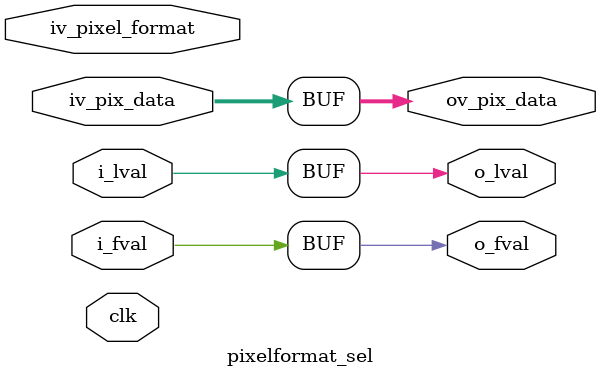
<source format=v>
`timescale 1ns/1ps

module pixelformat_sel # (
	parameter				SENSOR_DAT_WIDTH	= 10	,	//sensor Êý¾Ý¿í¶È
	parameter				REG_WD				= 32		//¼Ä´æÆ÷Î»¿í
	)
	(
	//SensorÊäÈëÐÅºÅ
	input								clk				,	//ÏñËØÊ±ÖÓ
	input								i_fval			,	//³¡ÐÅºÅ
	input								i_lval			,	//ÐÐÐÅºÅ
	input	[SENSOR_DAT_WIDTH-1:0]		iv_pix_data		,	//Í¼ÏñÊý¾Ý
	//¼Ä´æÆ÷Êý¾Ý
	input	[REG_WD-1:0]				iv_pixel_format	,	//0x01080001:Mono8¡¢0x01100003:Mono10¡¢0x01080008:BayerGR8¡¢0x0110000C:BayerGR10
	//Í¼ÏñÊä³ö
	output								o_fval			,	//³¡ÓÐÐ§
	output								o_lval			,	//ÐÐÓÐÐ§
	output	[SENSOR_DAT_WIDTH-1:0]		ov_pix_data			//Í¼ÏñÊý¾Ý
	);

	//	ref signals



	//	ref ARCHITECTURE

	assign	o_fval		= i_fval;
	assign	o_lval		= i_lval;
	assign	ov_pix_data	= iv_pix_data;


endmodule
</source>
